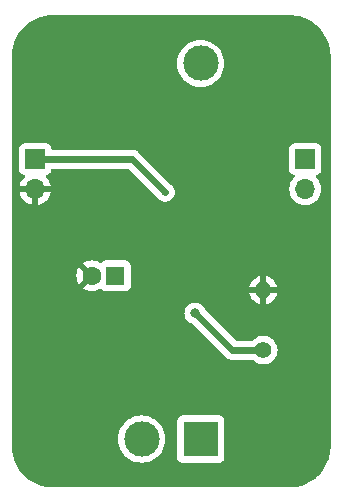
<source format=gbr>
%TF.GenerationSoftware,KiCad,Pcbnew,(7.0.0)*%
%TF.CreationDate,2023-05-21T11:31:51-07:00*%
%TF.ProjectId,DRV8870-breakout-board,44525638-3837-4302-9d62-7265616b6f75,rev?*%
%TF.SameCoordinates,Original*%
%TF.FileFunction,Copper,L2,Bot*%
%TF.FilePolarity,Positive*%
%FSLAX46Y46*%
G04 Gerber Fmt 4.6, Leading zero omitted, Abs format (unit mm)*
G04 Created by KiCad (PCBNEW (7.0.0)) date 2023-05-21 11:31:51*
%MOMM*%
%LPD*%
G01*
G04 APERTURE LIST*
%TA.AperFunction,ComponentPad*%
%ADD10C,5.600000*%
%TD*%
%TA.AperFunction,ComponentPad*%
%ADD11R,3.000000X3.000000*%
%TD*%
%TA.AperFunction,ComponentPad*%
%ADD12C,3.000000*%
%TD*%
%TA.AperFunction,ComponentPad*%
%ADD13R,1.600000X1.600000*%
%TD*%
%TA.AperFunction,ComponentPad*%
%ADD14C,1.600000*%
%TD*%
%TA.AperFunction,ComponentPad*%
%ADD15R,1.700000X1.700000*%
%TD*%
%TA.AperFunction,ComponentPad*%
%ADD16O,1.700000X1.700000*%
%TD*%
%TA.AperFunction,ComponentPad*%
%ADD17C,1.400000*%
%TD*%
%TA.AperFunction,ComponentPad*%
%ADD18O,1.400000X1.400000*%
%TD*%
%TA.AperFunction,ComponentPad*%
%ADD19C,0.630000*%
%TD*%
%TA.AperFunction,SMDPad,CuDef*%
%ADD20R,3.300000X2.600000*%
%TD*%
%TA.AperFunction,ViaPad*%
%ADD21C,0.800000*%
%TD*%
%TA.AperFunction,ViaPad*%
%ADD22C,0.600000*%
%TD*%
%TA.AperFunction,Conductor*%
%ADD23C,0.600000*%
%TD*%
G04 APERTURE END LIST*
D10*
%TO.P,H104,1,1*%
%TO.N,GND*%
X140600000Y-112200000D03*
%TD*%
D11*
%TO.P,J103,1,Pin_1*%
%TO.N,GND*%
X128099999Y-79799999D03*
D12*
%TO.P,J103,2,Pin_2*%
%TO.N,VMOTORS*%
X133100000Y-79800000D03*
%TD*%
D13*
%TO.P,C101,1*%
%TO.N,VMOTORS*%
X125885112Y-97779999D03*
D14*
%TO.P,C101,2*%
%TO.N,GND*%
X123885113Y-97780000D03*
%TD*%
D15*
%TO.P,J104,1,Pin_1*%
%TO.N,+3V3*%
X119099999Y-87899999D03*
D16*
%TO.P,J104,2,Pin_2*%
%TO.N,GND*%
X119099999Y-90439999D03*
%TD*%
D17*
%TO.P,R105,1*%
%TO.N,Net-(U102-ISEN)*%
X138400000Y-104065000D03*
D18*
%TO.P,R105,2*%
%TO.N,GND*%
X138399999Y-98984999D03*
%TD*%
D10*
%TO.P,H103,1,1*%
%TO.N,GND*%
X120600000Y-112200000D03*
%TD*%
D15*
%TO.P,J102,1,Pin_1*%
%TO.N,IN1*%
X141959999Y-87899999D03*
D16*
%TO.P,J102,2,Pin_2*%
%TO.N,IN2*%
X141959999Y-90439999D03*
%TD*%
D10*
%TO.P,H102,1,1*%
%TO.N,GND*%
X140600000Y-79200000D03*
%TD*%
D11*
%TO.P,J101,1,Pin_1*%
%TO.N,OUT2*%
X133099999Y-111599999D03*
D12*
%TO.P,J101,2,Pin_2*%
%TO.N,OUT1*%
X128100000Y-111600000D03*
%TD*%
D10*
%TO.P,H101,1,1*%
%TO.N,GND*%
X120600000Y-79200000D03*
%TD*%
D19*
%TO.P,U102,9,GND*%
%TO.N,GND*%
X133300000Y-95150000D03*
X132000000Y-95150000D03*
X130700000Y-95150000D03*
D20*
X131999999Y-95799999D03*
D19*
X133300000Y-96450000D03*
X132000000Y-96450000D03*
X130700000Y-96450000D03*
%TD*%
D21*
%TO.N,Net-(U102-ISEN)*%
X132635000Y-100950000D03*
D22*
%TO.N,GND*%
X128500000Y-95700000D03*
D21*
X135730000Y-91900000D03*
X137300000Y-84700000D03*
X138500000Y-106900000D03*
X123300000Y-85300000D03*
X122900000Y-105300000D03*
X134300000Y-90540000D03*
D22*
%TO.N,+3V3*%
X130100000Y-90700000D03*
%TD*%
D23*
%TO.N,Net-(U102-ISEN)*%
X132635000Y-100950000D02*
X135750000Y-104065000D01*
X135750000Y-104065000D02*
X138400000Y-104065000D01*
%TO.N,+3V3*%
X127300000Y-87900000D02*
X130100000Y-90700000D01*
X119100000Y-87900000D02*
X127300000Y-87900000D01*
%TD*%
%TA.AperFunction,Conductor*%
%TO.N,GND*%
G36*
X140603032Y-75700649D02*
G01*
X140607384Y-75700862D01*
X140752450Y-75707989D01*
X140943670Y-75718010D01*
X140955324Y-75719177D01*
X141121254Y-75743791D01*
X141122225Y-75743940D01*
X141294897Y-75771289D01*
X141305570Y-75773465D01*
X141471374Y-75814997D01*
X141473014Y-75815422D01*
X141638880Y-75859866D01*
X141648544Y-75862884D01*
X141736363Y-75894307D01*
X141810526Y-75920843D01*
X141813188Y-75921830D01*
X141846726Y-75934704D01*
X141972097Y-75982829D01*
X141980623Y-75986475D01*
X142136869Y-76060374D01*
X142140055Y-76061939D01*
X142282487Y-76134511D01*
X142291094Y-76138897D01*
X142298547Y-76143023D01*
X142331730Y-76162912D01*
X142447075Y-76232047D01*
X142450824Y-76234387D01*
X142592670Y-76326503D01*
X142598977Y-76330884D01*
X142738210Y-76434147D01*
X142742365Y-76437367D01*
X142873635Y-76543667D01*
X142878872Y-76548155D01*
X143007389Y-76664636D01*
X143011797Y-76668833D01*
X143131165Y-76788201D01*
X143135362Y-76792609D01*
X143251843Y-76921126D01*
X143256331Y-76926363D01*
X143362620Y-77057619D01*
X143365851Y-77061788D01*
X143469114Y-77201021D01*
X143473512Y-77207353D01*
X143565599Y-77349155D01*
X143567963Y-77352942D01*
X143656975Y-77501451D01*
X143661101Y-77508904D01*
X143738037Y-77659898D01*
X143739647Y-77663176D01*
X143811807Y-77815746D01*
X143813510Y-77819345D01*
X143817179Y-77827925D01*
X143878168Y-77986810D01*
X143879155Y-77989472D01*
X143937111Y-78151447D01*
X143940135Y-78161128D01*
X143984535Y-78326827D01*
X143985044Y-78328792D01*
X144026526Y-78494398D01*
X144028715Y-78505130D01*
X144056041Y-78677665D01*
X144056226Y-78678867D01*
X144080818Y-78844649D01*
X144081990Y-78856355D01*
X144091989Y-79047157D01*
X144091886Y-79047162D01*
X144092011Y-79047561D01*
X144099351Y-79196967D01*
X144099500Y-79203052D01*
X144099500Y-112196948D01*
X144099351Y-112203033D01*
X144092014Y-112352369D01*
X144091993Y-112352774D01*
X144081990Y-112543644D01*
X144080818Y-112555349D01*
X144056226Y-112721131D01*
X144056041Y-112722333D01*
X144028715Y-112894868D01*
X144026526Y-112905600D01*
X143985044Y-113071206D01*
X143984535Y-113073171D01*
X143940135Y-113238870D01*
X143937111Y-113248551D01*
X143879155Y-113410526D01*
X143878168Y-113413188D01*
X143817179Y-113572073D01*
X143813510Y-113580653D01*
X143739647Y-113736822D01*
X143738037Y-113740100D01*
X143661101Y-113891094D01*
X143656975Y-113898547D01*
X143567963Y-114047056D01*
X143565599Y-114050843D01*
X143473512Y-114192645D01*
X143469114Y-114198977D01*
X143365851Y-114338210D01*
X143362620Y-114342379D01*
X143256331Y-114473635D01*
X143251843Y-114478872D01*
X143135362Y-114607389D01*
X143131165Y-114611797D01*
X143011797Y-114731165D01*
X143007389Y-114735362D01*
X142878872Y-114851843D01*
X142873635Y-114856331D01*
X142742379Y-114962620D01*
X142738210Y-114965851D01*
X142598977Y-115069114D01*
X142592645Y-115073512D01*
X142450843Y-115165599D01*
X142447056Y-115167963D01*
X142298547Y-115256975D01*
X142291094Y-115261101D01*
X142140100Y-115338037D01*
X142136822Y-115339647D01*
X141980653Y-115413510D01*
X141972073Y-115417179D01*
X141813188Y-115478168D01*
X141810526Y-115479155D01*
X141648551Y-115537111D01*
X141638870Y-115540135D01*
X141473171Y-115584535D01*
X141471206Y-115585044D01*
X141305600Y-115626526D01*
X141294868Y-115628715D01*
X141122333Y-115656041D01*
X141121131Y-115656226D01*
X140955349Y-115680818D01*
X140943644Y-115681990D01*
X140752774Y-115691993D01*
X140752369Y-115692014D01*
X140603033Y-115699351D01*
X140596948Y-115699500D01*
X120603052Y-115699500D01*
X120596967Y-115699351D01*
X120447629Y-115692014D01*
X120447224Y-115691993D01*
X120256354Y-115681990D01*
X120244649Y-115680818D01*
X120078867Y-115656226D01*
X120077665Y-115656041D01*
X119905130Y-115628715D01*
X119894398Y-115626526D01*
X119728792Y-115585044D01*
X119726827Y-115584535D01*
X119561128Y-115540135D01*
X119551447Y-115537111D01*
X119389472Y-115479155D01*
X119386810Y-115478168D01*
X119227925Y-115417179D01*
X119219351Y-115413512D01*
X119063176Y-115339647D01*
X119059898Y-115338037D01*
X118908904Y-115261101D01*
X118901451Y-115256975D01*
X118752942Y-115167963D01*
X118749155Y-115165599D01*
X118701996Y-115134973D01*
X118607343Y-115073505D01*
X118601021Y-115069114D01*
X118461788Y-114965851D01*
X118457619Y-114962620D01*
X118326363Y-114856331D01*
X118321126Y-114851843D01*
X118192609Y-114735362D01*
X118188201Y-114731165D01*
X118068833Y-114611797D01*
X118064636Y-114607389D01*
X117948155Y-114478872D01*
X117943667Y-114473635D01*
X117837378Y-114342379D01*
X117834147Y-114338210D01*
X117730884Y-114198977D01*
X117726503Y-114192670D01*
X117634387Y-114050824D01*
X117632035Y-114047056D01*
X117543023Y-113898547D01*
X117538897Y-113891094D01*
X117534511Y-113882487D01*
X117461939Y-113740055D01*
X117460374Y-113736869D01*
X117386475Y-113580623D01*
X117382829Y-113572097D01*
X117321830Y-113413188D01*
X117320843Y-113410526D01*
X117262887Y-113248551D01*
X117259863Y-113238870D01*
X117253401Y-113214753D01*
X117215422Y-113073014D01*
X117214997Y-113071374D01*
X117173465Y-112905570D01*
X117171289Y-112894897D01*
X117143940Y-112722225D01*
X117143791Y-112721254D01*
X117119177Y-112555324D01*
X117118010Y-112543670D01*
X117107985Y-112352369D01*
X117100647Y-112202994D01*
X117100499Y-112196988D01*
X117100473Y-111600000D01*
X126094390Y-111600000D01*
X126094706Y-111604418D01*
X126114487Y-111881005D01*
X126114488Y-111881014D01*
X126114804Y-111885428D01*
X126115744Y-111889753D01*
X126115746Y-111889761D01*
X126169111Y-112135075D01*
X126175631Y-112165046D01*
X126177175Y-112169185D01*
X126177176Y-112169189D01*
X126252809Y-112371969D01*
X126275633Y-112433161D01*
X126277753Y-112437043D01*
X126277756Y-112437050D01*
X126342353Y-112555349D01*
X126412774Y-112684315D01*
X126584261Y-112913395D01*
X126786605Y-113115739D01*
X127015685Y-113287226D01*
X127266839Y-113424367D01*
X127534954Y-113524369D01*
X127814572Y-113585196D01*
X128100000Y-113605610D01*
X128385428Y-113585196D01*
X128665046Y-113524369D01*
X128933161Y-113424367D01*
X129184315Y-113287226D01*
X129374871Y-113144578D01*
X131099500Y-113144578D01*
X131099501Y-113147872D01*
X131099853Y-113151150D01*
X131099854Y-113151161D01*
X131105079Y-113199768D01*
X131105080Y-113199773D01*
X131105909Y-113207483D01*
X131108619Y-113214749D01*
X131108620Y-113214753D01*
X131121226Y-113248551D01*
X131156204Y-113342331D01*
X131161518Y-113349430D01*
X131161519Y-113349431D01*
X131209247Y-113413188D01*
X131242454Y-113457546D01*
X131357669Y-113543796D01*
X131492517Y-113594091D01*
X131552127Y-113600500D01*
X134647872Y-113600499D01*
X134707483Y-113594091D01*
X134842331Y-113543796D01*
X134957546Y-113457546D01*
X135043796Y-113342331D01*
X135094091Y-113207483D01*
X135100500Y-113147873D01*
X135100499Y-110052128D01*
X135094091Y-109992517D01*
X135043796Y-109857669D01*
X134957546Y-109742454D01*
X134842331Y-109656204D01*
X134771965Y-109629959D01*
X134714752Y-109608620D01*
X134714750Y-109608619D01*
X134707483Y-109605909D01*
X134699770Y-109605079D01*
X134699767Y-109605079D01*
X134651180Y-109599855D01*
X134651169Y-109599854D01*
X134647873Y-109599500D01*
X134644550Y-109599500D01*
X131555439Y-109599500D01*
X131555420Y-109599500D01*
X131552128Y-109599501D01*
X131548850Y-109599853D01*
X131548838Y-109599854D01*
X131500231Y-109605079D01*
X131500225Y-109605080D01*
X131492517Y-109605909D01*
X131485252Y-109608618D01*
X131485246Y-109608620D01*
X131365980Y-109653104D01*
X131365978Y-109653104D01*
X131357669Y-109656204D01*
X131350572Y-109661516D01*
X131350568Y-109661519D01*
X131249550Y-109737141D01*
X131249546Y-109737144D01*
X131242454Y-109742454D01*
X131237144Y-109749546D01*
X131237141Y-109749550D01*
X131161519Y-109850568D01*
X131161516Y-109850572D01*
X131156204Y-109857669D01*
X131153104Y-109865978D01*
X131153104Y-109865980D01*
X131108620Y-109985247D01*
X131108619Y-109985250D01*
X131105909Y-109992517D01*
X131105079Y-110000227D01*
X131105079Y-110000232D01*
X131099855Y-110048819D01*
X131099854Y-110048831D01*
X131099500Y-110052127D01*
X131099500Y-110055448D01*
X131099500Y-110055449D01*
X131099500Y-113144560D01*
X131099500Y-113144578D01*
X129374871Y-113144578D01*
X129413395Y-113115739D01*
X129615739Y-112913395D01*
X129787226Y-112684315D01*
X129924367Y-112433161D01*
X130024369Y-112165046D01*
X130085196Y-111885428D01*
X130105610Y-111600000D01*
X130085196Y-111314572D01*
X130024369Y-111034954D01*
X129924367Y-110766839D01*
X129787226Y-110515685D01*
X129615739Y-110286605D01*
X129413395Y-110084261D01*
X129184315Y-109912774D01*
X129098619Y-109865980D01*
X128937050Y-109777756D01*
X128937043Y-109777753D01*
X128933161Y-109775633D01*
X128929017Y-109774087D01*
X128929012Y-109774085D01*
X128669189Y-109677176D01*
X128669185Y-109677175D01*
X128665046Y-109675631D01*
X128600174Y-109661519D01*
X128389761Y-109615746D01*
X128389753Y-109615744D01*
X128385428Y-109614804D01*
X128381014Y-109614488D01*
X128381005Y-109614487D01*
X128104418Y-109594706D01*
X128100000Y-109594390D01*
X128095582Y-109594706D01*
X127818994Y-109614487D01*
X127818983Y-109614488D01*
X127814572Y-109614804D01*
X127810248Y-109615744D01*
X127810238Y-109615746D01*
X127539279Y-109674690D01*
X127539276Y-109674690D01*
X127534954Y-109675631D01*
X127530818Y-109677173D01*
X127530810Y-109677176D01*
X127270987Y-109774085D01*
X127270976Y-109774089D01*
X127266839Y-109775633D01*
X127262961Y-109777750D01*
X127262949Y-109777756D01*
X127019579Y-109910647D01*
X127019571Y-109910651D01*
X127015685Y-109912774D01*
X127012135Y-109915431D01*
X127012131Y-109915434D01*
X126790156Y-110081602D01*
X126790149Y-110081607D01*
X126786605Y-110084261D01*
X126783474Y-110087391D01*
X126783467Y-110087398D01*
X126587398Y-110283467D01*
X126587391Y-110283474D01*
X126584261Y-110286605D01*
X126581607Y-110290149D01*
X126581602Y-110290156D01*
X126415434Y-110512131D01*
X126412774Y-110515685D01*
X126410651Y-110519571D01*
X126410647Y-110519579D01*
X126277756Y-110762949D01*
X126277750Y-110762961D01*
X126275633Y-110766839D01*
X126274089Y-110770976D01*
X126274085Y-110770987D01*
X126177176Y-111030810D01*
X126177173Y-111030818D01*
X126175631Y-111034954D01*
X126174690Y-111039276D01*
X126174690Y-111039279D01*
X126115746Y-111310238D01*
X126115744Y-111310248D01*
X126114804Y-111314572D01*
X126114488Y-111318983D01*
X126114487Y-111318994D01*
X126095272Y-111587654D01*
X126094390Y-111600000D01*
X117100473Y-111600000D01*
X117100013Y-100950000D01*
X131729540Y-100950000D01*
X131730219Y-100956460D01*
X131748646Y-101131795D01*
X131748647Y-101131803D01*
X131749326Y-101138256D01*
X131751331Y-101144428D01*
X131751333Y-101144435D01*
X131805813Y-101312105D01*
X131807821Y-101318284D01*
X131902467Y-101482216D01*
X132029129Y-101622888D01*
X132182270Y-101734151D01*
X132350190Y-101808914D01*
X132387434Y-101834512D01*
X135120184Y-104567262D01*
X135247738Y-104694816D01*
X135253633Y-104698520D01*
X135280143Y-104715177D01*
X135291484Y-104723223D01*
X135321413Y-104747091D01*
X135327688Y-104750113D01*
X135327690Y-104750114D01*
X135355895Y-104763697D01*
X135368064Y-104770422D01*
X135400478Y-104790789D01*
X135407047Y-104793087D01*
X135407048Y-104793088D01*
X135436606Y-104803431D01*
X135449443Y-104808747D01*
X135483939Y-104825360D01*
X135521266Y-104833879D01*
X135534613Y-104837725D01*
X135564170Y-104848068D01*
X135564175Y-104848069D01*
X135570745Y-104850368D01*
X135608778Y-104854653D01*
X135622484Y-104856981D01*
X135659806Y-104865500D01*
X135705046Y-104865500D01*
X135840194Y-104865500D01*
X137448108Y-104865500D01*
X137492902Y-104873873D01*
X137531645Y-104897862D01*
X137673438Y-105027124D01*
X137862599Y-105144247D01*
X138070060Y-105224618D01*
X138288757Y-105265500D01*
X138505514Y-105265500D01*
X138511243Y-105265500D01*
X138729940Y-105224618D01*
X138937401Y-105144247D01*
X139126562Y-105027124D01*
X139290981Y-104877236D01*
X139425058Y-104699689D01*
X139524229Y-104500528D01*
X139585115Y-104286536D01*
X139605643Y-104065000D01*
X139585115Y-103843464D01*
X139524229Y-103629472D01*
X139425058Y-103430311D01*
X139299844Y-103264500D01*
X139294438Y-103257341D01*
X139294434Y-103257337D01*
X139290981Y-103252764D01*
X139286744Y-103248901D01*
X139286740Y-103248897D01*
X139130796Y-103106736D01*
X139130797Y-103106736D01*
X139126562Y-103102876D01*
X139121692Y-103099861D01*
X139121690Y-103099859D01*
X138942275Y-102988771D01*
X138942276Y-102988771D01*
X138937401Y-102985753D01*
X138729940Y-102905382D01*
X138724302Y-102904328D01*
X138516872Y-102865552D01*
X138516869Y-102865551D01*
X138511243Y-102864500D01*
X138288757Y-102864500D01*
X138283131Y-102865551D01*
X138283127Y-102865552D01*
X138075697Y-102904328D01*
X138075694Y-102904328D01*
X138070060Y-102905382D01*
X138064717Y-102907451D01*
X138064713Y-102907453D01*
X137867941Y-102983683D01*
X137867936Y-102983685D01*
X137862599Y-102985753D01*
X137857727Y-102988769D01*
X137857724Y-102988771D01*
X137678309Y-103099859D01*
X137678301Y-103099864D01*
X137673438Y-103102876D01*
X137669207Y-103106732D01*
X137669203Y-103106736D01*
X137531646Y-103232137D01*
X137492902Y-103256127D01*
X137448108Y-103264500D01*
X136132940Y-103264500D01*
X136085487Y-103255061D01*
X136045259Y-103228181D01*
X133513736Y-100696658D01*
X133483486Y-100647294D01*
X133464187Y-100587896D01*
X133464186Y-100587894D01*
X133462179Y-100581716D01*
X133367533Y-100417784D01*
X133240871Y-100277112D01*
X133235613Y-100273292D01*
X133235611Y-100273290D01*
X133092988Y-100169669D01*
X133092987Y-100169668D01*
X133087730Y-100165849D01*
X133081792Y-100163205D01*
X132920745Y-100091501D01*
X132920740Y-100091499D01*
X132914803Y-100088856D01*
X132908444Y-100087504D01*
X132908440Y-100087503D01*
X132736008Y-100050852D01*
X132736005Y-100050851D01*
X132729646Y-100049500D01*
X132540354Y-100049500D01*
X132533995Y-100050851D01*
X132533991Y-100050852D01*
X132361559Y-100087503D01*
X132361552Y-100087505D01*
X132355197Y-100088856D01*
X132349262Y-100091498D01*
X132349254Y-100091501D01*
X132188207Y-100163205D01*
X132188202Y-100163207D01*
X132182270Y-100165849D01*
X132177016Y-100169665D01*
X132177011Y-100169669D01*
X132034388Y-100273290D01*
X132034381Y-100273295D01*
X132029129Y-100277112D01*
X132024784Y-100281937D01*
X132024779Y-100281942D01*
X131906813Y-100412956D01*
X131906808Y-100412962D01*
X131902467Y-100417784D01*
X131899222Y-100423404D01*
X131899218Y-100423410D01*
X131811069Y-100576089D01*
X131811066Y-100576094D01*
X131807821Y-100581716D01*
X131805815Y-100587888D01*
X131805813Y-100587894D01*
X131751333Y-100755564D01*
X131751331Y-100755573D01*
X131749326Y-100761744D01*
X131748648Y-100768194D01*
X131748646Y-100768204D01*
X131730962Y-100936464D01*
X131729540Y-100950000D01*
X117100013Y-100950000D01*
X117100000Y-100645053D01*
X117100000Y-99237580D01*
X137226920Y-99237580D01*
X137227440Y-99248835D01*
X137274672Y-99414840D01*
X137278792Y-99425474D01*
X137372813Y-99614295D01*
X137378820Y-99623997D01*
X137505932Y-99792320D01*
X137513630Y-99800764D01*
X137669505Y-99942862D01*
X137678609Y-99949738D01*
X137857950Y-100060781D01*
X137868163Y-100065867D01*
X138064855Y-100142066D01*
X138075831Y-100145188D01*
X138136570Y-100156542D01*
X138147598Y-100156160D01*
X138150000Y-100145393D01*
X138650000Y-100145393D01*
X138652401Y-100156160D01*
X138663429Y-100156542D01*
X138724168Y-100145188D01*
X138735144Y-100142066D01*
X138931836Y-100065867D01*
X138942049Y-100060781D01*
X139121390Y-99949738D01*
X139130494Y-99942862D01*
X139286369Y-99800764D01*
X139294067Y-99792320D01*
X139421179Y-99623997D01*
X139427186Y-99614295D01*
X139521207Y-99425474D01*
X139525327Y-99414840D01*
X139572559Y-99248835D01*
X139573079Y-99237580D01*
X139562110Y-99235000D01*
X138666326Y-99235000D01*
X138653450Y-99238450D01*
X138650000Y-99251326D01*
X138650000Y-100145393D01*
X138150000Y-100145393D01*
X138150000Y-99251326D01*
X138146549Y-99238450D01*
X138133674Y-99235000D01*
X137237890Y-99235000D01*
X137226920Y-99237580D01*
X117100000Y-99237580D01*
X117100000Y-98858703D01*
X123163330Y-98858703D01*
X123170763Y-98866814D01*
X123228190Y-98907025D01*
X123237540Y-98912423D01*
X123433881Y-99003979D01*
X123444015Y-99007667D01*
X123653275Y-99063739D01*
X123663906Y-99065613D01*
X123879718Y-99084494D01*
X123890508Y-99084494D01*
X124106319Y-99065613D01*
X124116950Y-99063739D01*
X124326210Y-99007667D01*
X124336344Y-99003979D01*
X124532693Y-98912420D01*
X124542028Y-98907030D01*
X124550363Y-98901194D01*
X124609374Y-98879358D01*
X124671506Y-98889297D01*
X124715714Y-98924442D01*
X124715981Y-98924176D01*
X124718311Y-98926506D01*
X124720759Y-98928452D01*
X124727567Y-98937546D01*
X124842782Y-99023796D01*
X124977630Y-99074091D01*
X125037240Y-99080500D01*
X126732985Y-99080499D01*
X126792596Y-99074091D01*
X126927444Y-99023796D01*
X127042659Y-98937546D01*
X127128909Y-98822331D01*
X127162444Y-98732419D01*
X137226920Y-98732419D01*
X137237890Y-98735000D01*
X138133674Y-98735000D01*
X138146549Y-98731549D01*
X138150000Y-98718674D01*
X138650000Y-98718674D01*
X138653450Y-98731549D01*
X138666326Y-98735000D01*
X139562110Y-98735000D01*
X139573079Y-98732419D01*
X139572559Y-98721164D01*
X139525327Y-98555159D01*
X139521207Y-98544525D01*
X139427186Y-98355704D01*
X139421179Y-98346002D01*
X139294067Y-98177679D01*
X139286369Y-98169235D01*
X139130494Y-98027137D01*
X139121390Y-98020261D01*
X138942049Y-97909218D01*
X138931836Y-97904132D01*
X138735144Y-97827933D01*
X138724168Y-97824811D01*
X138663429Y-97813457D01*
X138652401Y-97813839D01*
X138650000Y-97824607D01*
X138650000Y-98718674D01*
X138150000Y-98718674D01*
X138150000Y-97824607D01*
X138147598Y-97813839D01*
X138136570Y-97813457D01*
X138075831Y-97824811D01*
X138064855Y-97827933D01*
X137868163Y-97904132D01*
X137857950Y-97909218D01*
X137678609Y-98020261D01*
X137669505Y-98027137D01*
X137513630Y-98169235D01*
X137505932Y-98177679D01*
X137378820Y-98346002D01*
X137372813Y-98355704D01*
X137278792Y-98544525D01*
X137274672Y-98555159D01*
X137227440Y-98721164D01*
X137226920Y-98732419D01*
X127162444Y-98732419D01*
X127179204Y-98687483D01*
X127185613Y-98627873D01*
X127185612Y-96932128D01*
X127179204Y-96872517D01*
X127128909Y-96737669D01*
X127042659Y-96622454D01*
X127035560Y-96617140D01*
X126934544Y-96541519D01*
X126934543Y-96541518D01*
X126927444Y-96536204D01*
X126857078Y-96509959D01*
X126799865Y-96488620D01*
X126799863Y-96488619D01*
X126792596Y-96485909D01*
X126784883Y-96485079D01*
X126784880Y-96485079D01*
X126736293Y-96479855D01*
X126736282Y-96479854D01*
X126732986Y-96479500D01*
X126729663Y-96479500D01*
X125040552Y-96479500D01*
X125040533Y-96479500D01*
X125037241Y-96479501D01*
X125033963Y-96479853D01*
X125033951Y-96479854D01*
X124985344Y-96485079D01*
X124985338Y-96485080D01*
X124977630Y-96485909D01*
X124970365Y-96488618D01*
X124970359Y-96488620D01*
X124851093Y-96533104D01*
X124851091Y-96533104D01*
X124842782Y-96536204D01*
X124835685Y-96541516D01*
X124835681Y-96541519D01*
X124734664Y-96617140D01*
X124734659Y-96617144D01*
X124727567Y-96622454D01*
X124722254Y-96629550D01*
X124722254Y-96629551D01*
X124720755Y-96631554D01*
X124718302Y-96633503D01*
X124715984Y-96635822D01*
X124715719Y-96635557D01*
X124671502Y-96670705D01*
X124609374Y-96680642D01*
X124550367Y-96658809D01*
X124542032Y-96652972D01*
X124532685Y-96647576D01*
X124336344Y-96556020D01*
X124326210Y-96552332D01*
X124116950Y-96496260D01*
X124106319Y-96494386D01*
X123890508Y-96475506D01*
X123879718Y-96475506D01*
X123663906Y-96494386D01*
X123653275Y-96496260D01*
X123444015Y-96552332D01*
X123433881Y-96556020D01*
X123237538Y-96647577D01*
X123228194Y-96652971D01*
X123170764Y-96693183D01*
X123163330Y-96701296D01*
X123169241Y-96710574D01*
X123885113Y-97426447D01*
X124150985Y-97692319D01*
X124183079Y-97747906D01*
X124183079Y-97812094D01*
X124150985Y-97867681D01*
X123169241Y-98849424D01*
X123163330Y-98858703D01*
X117100000Y-98858703D01*
X117100000Y-97785395D01*
X122580619Y-97785395D01*
X122599499Y-98001206D01*
X122601373Y-98011837D01*
X122657445Y-98221097D01*
X122661133Y-98231231D01*
X122752689Y-98427572D01*
X122758087Y-98436922D01*
X122798297Y-98494348D01*
X122806408Y-98501781D01*
X122815687Y-98495870D01*
X123520016Y-97791542D01*
X123526680Y-97779999D01*
X123520016Y-97768457D01*
X122815687Y-97064128D01*
X122806409Y-97058217D01*
X122798296Y-97065651D01*
X122758084Y-97123081D01*
X122752690Y-97132425D01*
X122661133Y-97328768D01*
X122657445Y-97338902D01*
X122601373Y-97548162D01*
X122599499Y-97558793D01*
X122580619Y-97774605D01*
X122580619Y-97785395D01*
X117100000Y-97785395D01*
X117100000Y-90692551D01*
X117772688Y-90692551D01*
X117773056Y-90703780D01*
X117825168Y-90898263D01*
X117828856Y-90908397D01*
X117924113Y-91112676D01*
X117929501Y-91122008D01*
X118058784Y-91306643D01*
X118065721Y-91314909D01*
X118225090Y-91474278D01*
X118233356Y-91481215D01*
X118417991Y-91610498D01*
X118427323Y-91615886D01*
X118631602Y-91711143D01*
X118641736Y-91714831D01*
X118836219Y-91766943D01*
X118847448Y-91767311D01*
X118850000Y-91756369D01*
X119350000Y-91756369D01*
X119352551Y-91767311D01*
X119363780Y-91766943D01*
X119558263Y-91714831D01*
X119568397Y-91711143D01*
X119772676Y-91615886D01*
X119782008Y-91610498D01*
X119966643Y-91481215D01*
X119974909Y-91474278D01*
X120134278Y-91314909D01*
X120141215Y-91306643D01*
X120270498Y-91122008D01*
X120275886Y-91112676D01*
X120371143Y-90908397D01*
X120374831Y-90898263D01*
X120426943Y-90703780D01*
X120427311Y-90692551D01*
X120416369Y-90690000D01*
X119366326Y-90690000D01*
X119353450Y-90693450D01*
X119350000Y-90706326D01*
X119350000Y-91756369D01*
X118850000Y-91756369D01*
X118850000Y-90706326D01*
X118846549Y-90693450D01*
X118833674Y-90690000D01*
X117783631Y-90690000D01*
X117772688Y-90692551D01*
X117100000Y-90692551D01*
X117100000Y-88794578D01*
X117749500Y-88794578D01*
X117749501Y-88797872D01*
X117749853Y-88801150D01*
X117749854Y-88801161D01*
X117755079Y-88849768D01*
X117755080Y-88849773D01*
X117755909Y-88857483D01*
X117758619Y-88864749D01*
X117758620Y-88864753D01*
X117792217Y-88954831D01*
X117806204Y-88992331D01*
X117892454Y-89107546D01*
X118007669Y-89193796D01*
X118139598Y-89243002D01*
X118189977Y-89277981D01*
X118217431Y-89332825D01*
X118215242Y-89394118D01*
X118183947Y-89446865D01*
X118065714Y-89565098D01*
X118058784Y-89573357D01*
X117929508Y-89757982D01*
X117924110Y-89767332D01*
X117828856Y-89971602D01*
X117825168Y-89981736D01*
X117773056Y-90176219D01*
X117772688Y-90187448D01*
X117783631Y-90190000D01*
X120416369Y-90190000D01*
X120427311Y-90187448D01*
X120426943Y-90176219D01*
X120374831Y-89981736D01*
X120371143Y-89971602D01*
X120275889Y-89767332D01*
X120270491Y-89757982D01*
X120141215Y-89573357D01*
X120134280Y-89565092D01*
X120016053Y-89446865D01*
X119984757Y-89394119D01*
X119982568Y-89332825D01*
X120010022Y-89277981D01*
X120060398Y-89243003D01*
X120192331Y-89193796D01*
X120307546Y-89107546D01*
X120393796Y-88992331D01*
X120444091Y-88857483D01*
X120449062Y-88811241D01*
X120469660Y-88754997D01*
X120514223Y-88714968D01*
X120572351Y-88700500D01*
X126917060Y-88700500D01*
X126964513Y-88709939D01*
X127004741Y-88736819D01*
X129470184Y-91202262D01*
X129597738Y-91329816D01*
X129603633Y-91333520D01*
X129630143Y-91350177D01*
X129641484Y-91358223D01*
X129671413Y-91382091D01*
X129677688Y-91385113D01*
X129677690Y-91385114D01*
X129705895Y-91398697D01*
X129718064Y-91405422D01*
X129750478Y-91425789D01*
X129757047Y-91428087D01*
X129757048Y-91428088D01*
X129786606Y-91438431D01*
X129799443Y-91443747D01*
X129833939Y-91460360D01*
X129871266Y-91468879D01*
X129884613Y-91472725D01*
X129914170Y-91483068D01*
X129914175Y-91483069D01*
X129920745Y-91485368D01*
X129958778Y-91489653D01*
X129972484Y-91491981D01*
X130009806Y-91500500D01*
X130048086Y-91500500D01*
X130061968Y-91501279D01*
X130100000Y-91505565D01*
X130138031Y-91501279D01*
X130151914Y-91500500D01*
X130183233Y-91500500D01*
X130190194Y-91500500D01*
X130227523Y-91491979D01*
X130241197Y-91489655D01*
X130279255Y-91485368D01*
X130315403Y-91472718D01*
X130328726Y-91468881D01*
X130366061Y-91460360D01*
X130400546Y-91443752D01*
X130413398Y-91438429D01*
X130449522Y-91425789D01*
X130481939Y-91405418D01*
X130494086Y-91398705D01*
X130528587Y-91382091D01*
X130558519Y-91358219D01*
X130569844Y-91350184D01*
X130602262Y-91329816D01*
X130629330Y-91302746D01*
X130639687Y-91293489D01*
X130669620Y-91269620D01*
X130693489Y-91239687D01*
X130702748Y-91229329D01*
X130729816Y-91202262D01*
X130750184Y-91169844D01*
X130758219Y-91158519D01*
X130782091Y-91128587D01*
X130798705Y-91094086D01*
X130805418Y-91081939D01*
X130825789Y-91049522D01*
X130838429Y-91013397D01*
X130843752Y-91000547D01*
X130844249Y-90999513D01*
X130860360Y-90966061D01*
X130868881Y-90928726D01*
X130872718Y-90915403D01*
X130885368Y-90879255D01*
X130889655Y-90841197D01*
X130891979Y-90827523D01*
X130900500Y-90790194D01*
X130900500Y-90751914D01*
X130901280Y-90738031D01*
X130904785Y-90706923D01*
X130905565Y-90700000D01*
X130901279Y-90661968D01*
X130900500Y-90648086D01*
X130900500Y-90616768D01*
X130900500Y-90609806D01*
X130891981Y-90572484D01*
X130889653Y-90558777D01*
X130885368Y-90520745D01*
X130883069Y-90514175D01*
X130883068Y-90514170D01*
X130872725Y-90484613D01*
X130868879Y-90471266D01*
X130861743Y-90440000D01*
X140604341Y-90440000D01*
X140604813Y-90445395D01*
X140623155Y-90655046D01*
X140624937Y-90675408D01*
X140626336Y-90680630D01*
X140626337Y-90680634D01*
X140684694Y-90898430D01*
X140684697Y-90898438D01*
X140686097Y-90903663D01*
X140688385Y-90908570D01*
X140688386Y-90908572D01*
X140783678Y-91112927D01*
X140783681Y-91112933D01*
X140785965Y-91117830D01*
X140789064Y-91122257D01*
X140789066Y-91122259D01*
X140918399Y-91306966D01*
X140918402Y-91306970D01*
X140921505Y-91311401D01*
X141088599Y-91478495D01*
X141093031Y-91481598D01*
X141093033Y-91481600D01*
X141120025Y-91500500D01*
X141282170Y-91614035D01*
X141496337Y-91713903D01*
X141724592Y-91775063D01*
X141960000Y-91795659D01*
X142195408Y-91775063D01*
X142423663Y-91713903D01*
X142637830Y-91614035D01*
X142831401Y-91478495D01*
X142998495Y-91311401D01*
X143134035Y-91117830D01*
X143233903Y-90903663D01*
X143295063Y-90675408D01*
X143315659Y-90440000D01*
X143295063Y-90204592D01*
X143233903Y-89976337D01*
X143134035Y-89762171D01*
X142998495Y-89568599D01*
X142876569Y-89446673D01*
X142845273Y-89393927D01*
X142843084Y-89332634D01*
X142870537Y-89277789D01*
X142920916Y-89242810D01*
X143052331Y-89193796D01*
X143167546Y-89107546D01*
X143253796Y-88992331D01*
X143304091Y-88857483D01*
X143310500Y-88797873D01*
X143310499Y-87002128D01*
X143304091Y-86942517D01*
X143253796Y-86807669D01*
X143167546Y-86692454D01*
X143052331Y-86606204D01*
X142917483Y-86555909D01*
X142909770Y-86555079D01*
X142909767Y-86555079D01*
X142861180Y-86549855D01*
X142861169Y-86549854D01*
X142857873Y-86549500D01*
X142854550Y-86549500D01*
X141065439Y-86549500D01*
X141065420Y-86549500D01*
X141062128Y-86549501D01*
X141058850Y-86549853D01*
X141058838Y-86549854D01*
X141010231Y-86555079D01*
X141010225Y-86555080D01*
X141002517Y-86555909D01*
X140995252Y-86558618D01*
X140995246Y-86558620D01*
X140875980Y-86603104D01*
X140875978Y-86603104D01*
X140867669Y-86606204D01*
X140860572Y-86611516D01*
X140860568Y-86611519D01*
X140759550Y-86687141D01*
X140759546Y-86687144D01*
X140752454Y-86692454D01*
X140747144Y-86699546D01*
X140747141Y-86699550D01*
X140671519Y-86800568D01*
X140671516Y-86800572D01*
X140666204Y-86807669D01*
X140663104Y-86815978D01*
X140663104Y-86815980D01*
X140618620Y-86935247D01*
X140618619Y-86935250D01*
X140615909Y-86942517D01*
X140615079Y-86950227D01*
X140615079Y-86950232D01*
X140609855Y-86998819D01*
X140609854Y-86998831D01*
X140609500Y-87002127D01*
X140609500Y-87005448D01*
X140609500Y-87005449D01*
X140609500Y-88794560D01*
X140609500Y-88794578D01*
X140609501Y-88797872D01*
X140609853Y-88801150D01*
X140609854Y-88801161D01*
X140615079Y-88849768D01*
X140615080Y-88849773D01*
X140615909Y-88857483D01*
X140618619Y-88864749D01*
X140618620Y-88864753D01*
X140652217Y-88954831D01*
X140666204Y-88992331D01*
X140752454Y-89107546D01*
X140867669Y-89193796D01*
X140977405Y-89234725D01*
X140999082Y-89242810D01*
X141049462Y-89277789D01*
X141076915Y-89332633D01*
X141074726Y-89393926D01*
X141043430Y-89446673D01*
X140921505Y-89568599D01*
X140918402Y-89573029D01*
X140918399Y-89573034D01*
X140789073Y-89757731D01*
X140789068Y-89757738D01*
X140785965Y-89762171D01*
X140783677Y-89767077D01*
X140783675Y-89767081D01*
X140688386Y-89971427D01*
X140688383Y-89971432D01*
X140686097Y-89976337D01*
X140684698Y-89981557D01*
X140684694Y-89981569D01*
X140626337Y-90199365D01*
X140626335Y-90199371D01*
X140624937Y-90204592D01*
X140624465Y-90209977D01*
X140624465Y-90209982D01*
X140607888Y-90399456D01*
X140604341Y-90440000D01*
X130861743Y-90440000D01*
X130860360Y-90433939D01*
X130843747Y-90399443D01*
X130838431Y-90386606D01*
X130828088Y-90357048D01*
X130828087Y-90357047D01*
X130825789Y-90350478D01*
X130805422Y-90318064D01*
X130798697Y-90305895D01*
X130785114Y-90277690D01*
X130785113Y-90277688D01*
X130782091Y-90271413D01*
X130758223Y-90241484D01*
X130750177Y-90230143D01*
X130733520Y-90203633D01*
X130729816Y-90197738D01*
X130602262Y-90070184D01*
X130602261Y-90070183D01*
X127834252Y-87302174D01*
X127834251Y-87302173D01*
X127802262Y-87270184D01*
X127769851Y-87249818D01*
X127758509Y-87241771D01*
X127728587Y-87217909D01*
X127722318Y-87214890D01*
X127722315Y-87214888D01*
X127694093Y-87201296D01*
X127681927Y-87194572D01*
X127655414Y-87177913D01*
X127655412Y-87177912D01*
X127649522Y-87174211D01*
X127613393Y-87161568D01*
X127600554Y-87156250D01*
X127572336Y-87142661D01*
X127572329Y-87142658D01*
X127566061Y-87139640D01*
X127559276Y-87138091D01*
X127559267Y-87138088D01*
X127528735Y-87131119D01*
X127515382Y-87127273D01*
X127479255Y-87114632D01*
X127472338Y-87113852D01*
X127472336Y-87113852D01*
X127441218Y-87110345D01*
X127427518Y-87108017D01*
X127396988Y-87101050D01*
X127396983Y-87101049D01*
X127390194Y-87099500D01*
X127383228Y-87099500D01*
X120572351Y-87099500D01*
X120514223Y-87085031D01*
X120469660Y-87045002D01*
X120449061Y-86988753D01*
X120444920Y-86950231D01*
X120444091Y-86942517D01*
X120393796Y-86807669D01*
X120307546Y-86692454D01*
X120192331Y-86606204D01*
X120057483Y-86555909D01*
X120049770Y-86555079D01*
X120049767Y-86555079D01*
X120001180Y-86549855D01*
X120001169Y-86549854D01*
X119997873Y-86549500D01*
X119994550Y-86549500D01*
X118205439Y-86549500D01*
X118205420Y-86549500D01*
X118202128Y-86549501D01*
X118198850Y-86549853D01*
X118198838Y-86549854D01*
X118150231Y-86555079D01*
X118150225Y-86555080D01*
X118142517Y-86555909D01*
X118135252Y-86558618D01*
X118135246Y-86558620D01*
X118015980Y-86603104D01*
X118015978Y-86603104D01*
X118007669Y-86606204D01*
X118000572Y-86611516D01*
X118000568Y-86611519D01*
X117899550Y-86687141D01*
X117899546Y-86687144D01*
X117892454Y-86692454D01*
X117887144Y-86699546D01*
X117887141Y-86699550D01*
X117811519Y-86800568D01*
X117811516Y-86800572D01*
X117806204Y-86807669D01*
X117803104Y-86815978D01*
X117803104Y-86815980D01*
X117758620Y-86935247D01*
X117758619Y-86935250D01*
X117755909Y-86942517D01*
X117755079Y-86950227D01*
X117755079Y-86950232D01*
X117749855Y-86998819D01*
X117749854Y-86998831D01*
X117749500Y-87002127D01*
X117749500Y-87005448D01*
X117749500Y-87005449D01*
X117749500Y-88794560D01*
X117749500Y-88794578D01*
X117100000Y-88794578D01*
X117100000Y-79800000D01*
X131094390Y-79800000D01*
X131094706Y-79804418D01*
X131114487Y-80081005D01*
X131114488Y-80081014D01*
X131114804Y-80085428D01*
X131115744Y-80089753D01*
X131115746Y-80089761D01*
X131169111Y-80335075D01*
X131175631Y-80365046D01*
X131275633Y-80633161D01*
X131277753Y-80637043D01*
X131277756Y-80637050D01*
X131410647Y-80880420D01*
X131412774Y-80884315D01*
X131584261Y-81113395D01*
X131786605Y-81315739D01*
X132015685Y-81487226D01*
X132266839Y-81624367D01*
X132534954Y-81724369D01*
X132814572Y-81785196D01*
X133100000Y-81805610D01*
X133385428Y-81785196D01*
X133665046Y-81724369D01*
X133933161Y-81624367D01*
X134184315Y-81487226D01*
X134413395Y-81315739D01*
X134615739Y-81113395D01*
X134787226Y-80884315D01*
X134924367Y-80633161D01*
X135024369Y-80365046D01*
X135085196Y-80085428D01*
X135105610Y-79800000D01*
X135085196Y-79514572D01*
X135024369Y-79234954D01*
X134924367Y-78966839D01*
X134787226Y-78715685D01*
X134615739Y-78486605D01*
X134413395Y-78284261D01*
X134184315Y-78112774D01*
X134013122Y-78019295D01*
X133937050Y-77977756D01*
X133937043Y-77977753D01*
X133933161Y-77975633D01*
X133929017Y-77974087D01*
X133929012Y-77974085D01*
X133669189Y-77877176D01*
X133669185Y-77877175D01*
X133665046Y-77875631D01*
X133635075Y-77869111D01*
X133389761Y-77815746D01*
X133389753Y-77815744D01*
X133385428Y-77814804D01*
X133381014Y-77814488D01*
X133381005Y-77814487D01*
X133113172Y-77795332D01*
X133100000Y-77794390D01*
X133087654Y-77795272D01*
X132818994Y-77814487D01*
X132818983Y-77814488D01*
X132814572Y-77814804D01*
X132810248Y-77815744D01*
X132810238Y-77815746D01*
X132539279Y-77874690D01*
X132539276Y-77874690D01*
X132534954Y-77875631D01*
X132530818Y-77877173D01*
X132530810Y-77877176D01*
X132270987Y-77974085D01*
X132270976Y-77974089D01*
X132266839Y-77975633D01*
X132262961Y-77977750D01*
X132262949Y-77977756D01*
X132019579Y-78110647D01*
X132019571Y-78110651D01*
X132015685Y-78112774D01*
X132012135Y-78115431D01*
X132012131Y-78115434D01*
X131790156Y-78281602D01*
X131790149Y-78281607D01*
X131786605Y-78284261D01*
X131783474Y-78287391D01*
X131783467Y-78287398D01*
X131587398Y-78483467D01*
X131587391Y-78483474D01*
X131584261Y-78486605D01*
X131581607Y-78490149D01*
X131581602Y-78490156D01*
X131435183Y-78685750D01*
X131412774Y-78715685D01*
X131410651Y-78719571D01*
X131410647Y-78719579D01*
X131277756Y-78962949D01*
X131277750Y-78962961D01*
X131275633Y-78966839D01*
X131274089Y-78970976D01*
X131274085Y-78970987D01*
X131177176Y-79230810D01*
X131177173Y-79230818D01*
X131175631Y-79234954D01*
X131174690Y-79239276D01*
X131174690Y-79239279D01*
X131115746Y-79510238D01*
X131115744Y-79510248D01*
X131114804Y-79514572D01*
X131114488Y-79518983D01*
X131114487Y-79518994D01*
X131095272Y-79787654D01*
X131094390Y-79800000D01*
X117100000Y-79800000D01*
X117100000Y-79184543D01*
X117100155Y-79178348D01*
X117106539Y-79050715D01*
X117106560Y-79050303D01*
X117116909Y-78856355D01*
X117117260Y-78849782D01*
X117118472Y-78837890D01*
X117143707Y-78670856D01*
X117143817Y-78670151D01*
X117172532Y-78492146D01*
X117174788Y-78481292D01*
X117217524Y-78313856D01*
X117217939Y-78312281D01*
X117264392Y-78142163D01*
X117267498Y-78132406D01*
X117327262Y-77968611D01*
X117328236Y-77966035D01*
X117391838Y-77803592D01*
X117395617Y-77794932D01*
X117471777Y-77637196D01*
X117473390Y-77633979D01*
X117553543Y-77479947D01*
X117557770Y-77472475D01*
X117649559Y-77322689D01*
X117651936Y-77318965D01*
X117747762Y-77174736D01*
X117752233Y-77168447D01*
X117858699Y-77028322D01*
X117861975Y-77024200D01*
X117972416Y-76891216D01*
X117977004Y-76886000D01*
X118096949Y-76757171D01*
X118101229Y-76752797D01*
X118225173Y-76632344D01*
X118229601Y-76628250D01*
X118361905Y-76511944D01*
X118367170Y-76507574D01*
X118503352Y-76400899D01*
X118507466Y-76397819D01*
X118650586Y-76295389D01*
X118657035Y-76291076D01*
X118803941Y-76199408D01*
X118807681Y-76197169D01*
X118960078Y-76109665D01*
X118967662Y-76105657D01*
X119123933Y-76029930D01*
X119127106Y-76028450D01*
X119287016Y-75956798D01*
X119295792Y-75953263D01*
X119460040Y-75894307D01*
X119462527Y-75893447D01*
X119628007Y-75838371D01*
X119637885Y-75835534D01*
X119809063Y-75794007D01*
X119810945Y-75793567D01*
X119979391Y-75755663D01*
X119990345Y-75753711D01*
X120169193Y-75730079D01*
X120169693Y-75730015D01*
X120337485Y-75709549D01*
X120349376Y-75708678D01*
X120550061Y-75703711D01*
X120695660Y-75700592D01*
X120698680Y-75700528D01*
X120700354Y-75700510D01*
X120700485Y-75700514D01*
X120700485Y-75700509D01*
X120701334Y-75700500D01*
X140596949Y-75700500D01*
X140603032Y-75700649D01*
G37*
%TD.AperFunction*%
%TD*%
M02*

</source>
